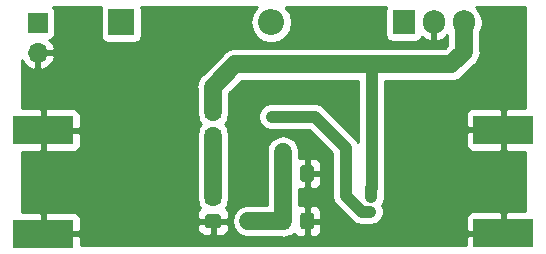
<source format=gbr>
G04 #@! TF.GenerationSoftware,KiCad,Pcbnew,(5.0.2)-1*
G04 #@! TF.CreationDate,2020-02-08T04:52:55-08:00*
G04 #@! TF.ProjectId,Pa Rev 2.0,50612052-6576-4203-922e-302e6b696361,rev?*
G04 #@! TF.SameCoordinates,Original*
G04 #@! TF.FileFunction,Copper,L2,Bot*
G04 #@! TF.FilePolarity,Positive*
%FSLAX46Y46*%
G04 Gerber Fmt 4.6, Leading zero omitted, Abs format (unit mm)*
G04 Created by KiCad (PCBNEW (5.0.2)-1) date 2/8/2020 4:52:55 AM*
%MOMM*%
%LPD*%
G01*
G04 APERTURE LIST*
G04 #@! TA.AperFunction,SMDPad,CuDef*
%ADD10R,5.080000X2.420000*%
G04 #@! TD*
G04 #@! TA.AperFunction,Conductor*
%ADD11C,0.100000*%
G04 #@! TD*
G04 #@! TA.AperFunction,SMDPad,CuDef*
%ADD12C,1.150000*%
G04 #@! TD*
G04 #@! TA.AperFunction,ComponentPad*
%ADD13R,2.200000X2.200000*%
G04 #@! TD*
G04 #@! TA.AperFunction,ComponentPad*
%ADD14O,2.200000X2.200000*%
G04 #@! TD*
G04 #@! TA.AperFunction,ComponentPad*
%ADD15R,1.700000X1.700000*%
G04 #@! TD*
G04 #@! TA.AperFunction,ComponentPad*
%ADD16O,1.700000X1.700000*%
G04 #@! TD*
G04 #@! TA.AperFunction,ComponentPad*
%ADD17R,1.905000X2.000000*%
G04 #@! TD*
G04 #@! TA.AperFunction,ComponentPad*
%ADD18O,1.905000X2.000000*%
G04 #@! TD*
G04 #@! TA.AperFunction,ViaPad*
%ADD19C,1.016000*%
G04 #@! TD*
G04 #@! TA.AperFunction,Conductor*
%ADD20C,1.500000*%
G04 #@! TD*
G04 #@! TA.AperFunction,Conductor*
%ADD21C,1.000000*%
G04 #@! TD*
G04 #@! TA.AperFunction,Conductor*
%ADD22C,0.254000*%
G04 #@! TD*
G04 APERTURE END LIST*
D10*
G04 #@! TO.P,J2,2*
G04 #@! TO.N,GND*
X87472520Y-71571080D03*
X87472520Y-80331080D03*
G04 #@! TD*
G04 #@! TO.P,J1,2*
G04 #@! TO.N,GND*
X48495800Y-71606640D03*
X48495800Y-80366640D03*
G04 #@! TD*
D11*
G04 #@! TO.N,Net-(C3-Pad1)*
G04 #@! TO.C,C3*
G36*
X69158105Y-78600004D02*
X69182373Y-78603604D01*
X69206172Y-78609565D01*
X69229271Y-78617830D01*
X69251450Y-78628320D01*
X69272493Y-78640932D01*
X69292199Y-78655547D01*
X69310377Y-78672023D01*
X69326853Y-78690201D01*
X69341468Y-78709907D01*
X69354080Y-78730950D01*
X69364570Y-78753129D01*
X69372835Y-78776228D01*
X69378796Y-78800027D01*
X69382396Y-78824295D01*
X69383600Y-78848799D01*
X69383600Y-79748801D01*
X69382396Y-79773305D01*
X69378796Y-79797573D01*
X69372835Y-79821372D01*
X69364570Y-79844471D01*
X69354080Y-79866650D01*
X69341468Y-79887693D01*
X69326853Y-79907399D01*
X69310377Y-79925577D01*
X69292199Y-79942053D01*
X69272493Y-79956668D01*
X69251450Y-79969280D01*
X69229271Y-79979770D01*
X69206172Y-79988035D01*
X69182373Y-79993996D01*
X69158105Y-79997596D01*
X69133601Y-79998800D01*
X68483599Y-79998800D01*
X68459095Y-79997596D01*
X68434827Y-79993996D01*
X68411028Y-79988035D01*
X68387929Y-79979770D01*
X68365750Y-79969280D01*
X68344707Y-79956668D01*
X68325001Y-79942053D01*
X68306823Y-79925577D01*
X68290347Y-79907399D01*
X68275732Y-79887693D01*
X68263120Y-79866650D01*
X68252630Y-79844471D01*
X68244365Y-79821372D01*
X68238404Y-79797573D01*
X68234804Y-79773305D01*
X68233600Y-79748801D01*
X68233600Y-78848799D01*
X68234804Y-78824295D01*
X68238404Y-78800027D01*
X68244365Y-78776228D01*
X68252630Y-78753129D01*
X68263120Y-78730950D01*
X68275732Y-78709907D01*
X68290347Y-78690201D01*
X68306823Y-78672023D01*
X68325001Y-78655547D01*
X68344707Y-78640932D01*
X68365750Y-78628320D01*
X68387929Y-78617830D01*
X68411028Y-78609565D01*
X68434827Y-78603604D01*
X68459095Y-78600004D01*
X68483599Y-78598800D01*
X69133601Y-78598800D01*
X69158105Y-78600004D01*
X69158105Y-78600004D01*
G37*
D12*
G04 #@! TD*
G04 #@! TO.P,C3,1*
G04 #@! TO.N,Net-(C3-Pad1)*
X68808600Y-79298800D03*
D11*
G04 #@! TO.N,GND*
G04 #@! TO.C,C3*
G36*
X71208105Y-78600004D02*
X71232373Y-78603604D01*
X71256172Y-78609565D01*
X71279271Y-78617830D01*
X71301450Y-78628320D01*
X71322493Y-78640932D01*
X71342199Y-78655547D01*
X71360377Y-78672023D01*
X71376853Y-78690201D01*
X71391468Y-78709907D01*
X71404080Y-78730950D01*
X71414570Y-78753129D01*
X71422835Y-78776228D01*
X71428796Y-78800027D01*
X71432396Y-78824295D01*
X71433600Y-78848799D01*
X71433600Y-79748801D01*
X71432396Y-79773305D01*
X71428796Y-79797573D01*
X71422835Y-79821372D01*
X71414570Y-79844471D01*
X71404080Y-79866650D01*
X71391468Y-79887693D01*
X71376853Y-79907399D01*
X71360377Y-79925577D01*
X71342199Y-79942053D01*
X71322493Y-79956668D01*
X71301450Y-79969280D01*
X71279271Y-79979770D01*
X71256172Y-79988035D01*
X71232373Y-79993996D01*
X71208105Y-79997596D01*
X71183601Y-79998800D01*
X70533599Y-79998800D01*
X70509095Y-79997596D01*
X70484827Y-79993996D01*
X70461028Y-79988035D01*
X70437929Y-79979770D01*
X70415750Y-79969280D01*
X70394707Y-79956668D01*
X70375001Y-79942053D01*
X70356823Y-79925577D01*
X70340347Y-79907399D01*
X70325732Y-79887693D01*
X70313120Y-79866650D01*
X70302630Y-79844471D01*
X70294365Y-79821372D01*
X70288404Y-79797573D01*
X70284804Y-79773305D01*
X70283600Y-79748801D01*
X70283600Y-78848799D01*
X70284804Y-78824295D01*
X70288404Y-78800027D01*
X70294365Y-78776228D01*
X70302630Y-78753129D01*
X70313120Y-78730950D01*
X70325732Y-78709907D01*
X70340347Y-78690201D01*
X70356823Y-78672023D01*
X70375001Y-78655547D01*
X70394707Y-78640932D01*
X70415750Y-78628320D01*
X70437929Y-78617830D01*
X70461028Y-78609565D01*
X70484827Y-78603604D01*
X70509095Y-78600004D01*
X70533599Y-78598800D01*
X71183601Y-78598800D01*
X71208105Y-78600004D01*
X71208105Y-78600004D01*
G37*
D12*
G04 #@! TD*
G04 #@! TO.P,C3,2*
G04 #@! TO.N,GND*
X70858600Y-79298800D03*
D13*
G04 #@! TO.P,D0,1*
G04 #@! TO.N,Net-(D0-Pad1)*
X55118000Y-62484000D03*
D14*
G04 #@! TO.P,D0,2*
G04 #@! TO.N,Net-(C1-Pad1)*
X67818000Y-62484000D03*
G04 #@! TD*
D15*
G04 #@! TO.P,J0,1*
G04 #@! TO.N,Net-(D0-Pad1)*
X48046640Y-62494160D03*
D16*
G04 #@! TO.P,J0,2*
G04 #@! TO.N,GND*
X48046640Y-65034160D03*
G04 #@! TD*
D11*
G04 #@! TO.N,Net-(C3-Pad1)*
G04 #@! TO.C,R0*
G36*
X69158105Y-74561404D02*
X69182373Y-74565004D01*
X69206172Y-74570965D01*
X69229271Y-74579230D01*
X69251450Y-74589720D01*
X69272493Y-74602332D01*
X69292199Y-74616947D01*
X69310377Y-74633423D01*
X69326853Y-74651601D01*
X69341468Y-74671307D01*
X69354080Y-74692350D01*
X69364570Y-74714529D01*
X69372835Y-74737628D01*
X69378796Y-74761427D01*
X69382396Y-74785695D01*
X69383600Y-74810199D01*
X69383600Y-75710201D01*
X69382396Y-75734705D01*
X69378796Y-75758973D01*
X69372835Y-75782772D01*
X69364570Y-75805871D01*
X69354080Y-75828050D01*
X69341468Y-75849093D01*
X69326853Y-75868799D01*
X69310377Y-75886977D01*
X69292199Y-75903453D01*
X69272493Y-75918068D01*
X69251450Y-75930680D01*
X69229271Y-75941170D01*
X69206172Y-75949435D01*
X69182373Y-75955396D01*
X69158105Y-75958996D01*
X69133601Y-75960200D01*
X68483599Y-75960200D01*
X68459095Y-75958996D01*
X68434827Y-75955396D01*
X68411028Y-75949435D01*
X68387929Y-75941170D01*
X68365750Y-75930680D01*
X68344707Y-75918068D01*
X68325001Y-75903453D01*
X68306823Y-75886977D01*
X68290347Y-75868799D01*
X68275732Y-75849093D01*
X68263120Y-75828050D01*
X68252630Y-75805871D01*
X68244365Y-75782772D01*
X68238404Y-75758973D01*
X68234804Y-75734705D01*
X68233600Y-75710201D01*
X68233600Y-74810199D01*
X68234804Y-74785695D01*
X68238404Y-74761427D01*
X68244365Y-74737628D01*
X68252630Y-74714529D01*
X68263120Y-74692350D01*
X68275732Y-74671307D01*
X68290347Y-74651601D01*
X68306823Y-74633423D01*
X68325001Y-74616947D01*
X68344707Y-74602332D01*
X68365750Y-74589720D01*
X68387929Y-74579230D01*
X68411028Y-74570965D01*
X68434827Y-74565004D01*
X68459095Y-74561404D01*
X68483599Y-74560200D01*
X69133601Y-74560200D01*
X69158105Y-74561404D01*
X69158105Y-74561404D01*
G37*
D12*
G04 #@! TD*
G04 #@! TO.P,R0,1*
G04 #@! TO.N,Net-(C3-Pad1)*
X68808600Y-75260200D03*
D11*
G04 #@! TO.N,GND*
G04 #@! TO.C,R0*
G36*
X71208105Y-74561404D02*
X71232373Y-74565004D01*
X71256172Y-74570965D01*
X71279271Y-74579230D01*
X71301450Y-74589720D01*
X71322493Y-74602332D01*
X71342199Y-74616947D01*
X71360377Y-74633423D01*
X71376853Y-74651601D01*
X71391468Y-74671307D01*
X71404080Y-74692350D01*
X71414570Y-74714529D01*
X71422835Y-74737628D01*
X71428796Y-74761427D01*
X71432396Y-74785695D01*
X71433600Y-74810199D01*
X71433600Y-75710201D01*
X71432396Y-75734705D01*
X71428796Y-75758973D01*
X71422835Y-75782772D01*
X71414570Y-75805871D01*
X71404080Y-75828050D01*
X71391468Y-75849093D01*
X71376853Y-75868799D01*
X71360377Y-75886977D01*
X71342199Y-75903453D01*
X71322493Y-75918068D01*
X71301450Y-75930680D01*
X71279271Y-75941170D01*
X71256172Y-75949435D01*
X71232373Y-75955396D01*
X71208105Y-75958996D01*
X71183601Y-75960200D01*
X70533599Y-75960200D01*
X70509095Y-75958996D01*
X70484827Y-75955396D01*
X70461028Y-75949435D01*
X70437929Y-75941170D01*
X70415750Y-75930680D01*
X70394707Y-75918068D01*
X70375001Y-75903453D01*
X70356823Y-75886977D01*
X70340347Y-75868799D01*
X70325732Y-75849093D01*
X70313120Y-75828050D01*
X70302630Y-75805871D01*
X70294365Y-75782772D01*
X70288404Y-75758973D01*
X70284804Y-75734705D01*
X70283600Y-75710201D01*
X70283600Y-74810199D01*
X70284804Y-74785695D01*
X70288404Y-74761427D01*
X70294365Y-74737628D01*
X70302630Y-74714529D01*
X70313120Y-74692350D01*
X70325732Y-74671307D01*
X70340347Y-74651601D01*
X70356823Y-74633423D01*
X70375001Y-74616947D01*
X70394707Y-74602332D01*
X70415750Y-74589720D01*
X70437929Y-74579230D01*
X70461028Y-74570965D01*
X70484827Y-74565004D01*
X70509095Y-74561404D01*
X70533599Y-74560200D01*
X71183601Y-74560200D01*
X71208105Y-74561404D01*
X71208105Y-74561404D01*
G37*
D12*
G04 #@! TD*
G04 #@! TO.P,R0,2*
G04 #@! TO.N,GND*
X70858600Y-75260200D03*
D11*
G04 #@! TO.N,Net-(R1-Pad2)*
G04 #@! TO.C,R1*
G36*
X63364905Y-71529404D02*
X63389173Y-71533004D01*
X63412972Y-71538965D01*
X63436071Y-71547230D01*
X63458250Y-71557720D01*
X63479293Y-71570332D01*
X63498999Y-71584947D01*
X63517177Y-71601423D01*
X63533653Y-71619601D01*
X63548268Y-71639307D01*
X63560880Y-71660350D01*
X63571370Y-71682529D01*
X63579635Y-71705628D01*
X63585596Y-71729427D01*
X63589196Y-71753695D01*
X63590400Y-71778199D01*
X63590400Y-72428201D01*
X63589196Y-72452705D01*
X63585596Y-72476973D01*
X63579635Y-72500772D01*
X63571370Y-72523871D01*
X63560880Y-72546050D01*
X63548268Y-72567093D01*
X63533653Y-72586799D01*
X63517177Y-72604977D01*
X63498999Y-72621453D01*
X63479293Y-72636068D01*
X63458250Y-72648680D01*
X63436071Y-72659170D01*
X63412972Y-72667435D01*
X63389173Y-72673396D01*
X63364905Y-72676996D01*
X63340401Y-72678200D01*
X62440399Y-72678200D01*
X62415895Y-72676996D01*
X62391627Y-72673396D01*
X62367828Y-72667435D01*
X62344729Y-72659170D01*
X62322550Y-72648680D01*
X62301507Y-72636068D01*
X62281801Y-72621453D01*
X62263623Y-72604977D01*
X62247147Y-72586799D01*
X62232532Y-72567093D01*
X62219920Y-72546050D01*
X62209430Y-72523871D01*
X62201165Y-72500772D01*
X62195204Y-72476973D01*
X62191604Y-72452705D01*
X62190400Y-72428201D01*
X62190400Y-71778199D01*
X62191604Y-71753695D01*
X62195204Y-71729427D01*
X62201165Y-71705628D01*
X62209430Y-71682529D01*
X62219920Y-71660350D01*
X62232532Y-71639307D01*
X62247147Y-71619601D01*
X62263623Y-71601423D01*
X62281801Y-71584947D01*
X62301507Y-71570332D01*
X62322550Y-71557720D01*
X62344729Y-71547230D01*
X62367828Y-71538965D01*
X62391627Y-71533004D01*
X62415895Y-71529404D01*
X62440399Y-71528200D01*
X63340401Y-71528200D01*
X63364905Y-71529404D01*
X63364905Y-71529404D01*
G37*
D12*
G04 #@! TD*
G04 #@! TO.P,R1,2*
G04 #@! TO.N,Net-(R1-Pad2)*
X62890400Y-72103200D03*
D11*
G04 #@! TO.N,Net-(C2-Pad1)*
G04 #@! TO.C,R1*
G36*
X63364905Y-69479404D02*
X63389173Y-69483004D01*
X63412972Y-69488965D01*
X63436071Y-69497230D01*
X63458250Y-69507720D01*
X63479293Y-69520332D01*
X63498999Y-69534947D01*
X63517177Y-69551423D01*
X63533653Y-69569601D01*
X63548268Y-69589307D01*
X63560880Y-69610350D01*
X63571370Y-69632529D01*
X63579635Y-69655628D01*
X63585596Y-69679427D01*
X63589196Y-69703695D01*
X63590400Y-69728199D01*
X63590400Y-70378201D01*
X63589196Y-70402705D01*
X63585596Y-70426973D01*
X63579635Y-70450772D01*
X63571370Y-70473871D01*
X63560880Y-70496050D01*
X63548268Y-70517093D01*
X63533653Y-70536799D01*
X63517177Y-70554977D01*
X63498999Y-70571453D01*
X63479293Y-70586068D01*
X63458250Y-70598680D01*
X63436071Y-70609170D01*
X63412972Y-70617435D01*
X63389173Y-70623396D01*
X63364905Y-70626996D01*
X63340401Y-70628200D01*
X62440399Y-70628200D01*
X62415895Y-70626996D01*
X62391627Y-70623396D01*
X62367828Y-70617435D01*
X62344729Y-70609170D01*
X62322550Y-70598680D01*
X62301507Y-70586068D01*
X62281801Y-70571453D01*
X62263623Y-70554977D01*
X62247147Y-70536799D01*
X62232532Y-70517093D01*
X62219920Y-70496050D01*
X62209430Y-70473871D01*
X62201165Y-70450772D01*
X62195204Y-70426973D01*
X62191604Y-70402705D01*
X62190400Y-70378201D01*
X62190400Y-69728199D01*
X62191604Y-69703695D01*
X62195204Y-69679427D01*
X62201165Y-69655628D01*
X62209430Y-69632529D01*
X62219920Y-69610350D01*
X62232532Y-69589307D01*
X62247147Y-69569601D01*
X62263623Y-69551423D01*
X62281801Y-69534947D01*
X62301507Y-69520332D01*
X62322550Y-69507720D01*
X62344729Y-69497230D01*
X62367828Y-69488965D01*
X62391627Y-69483004D01*
X62415895Y-69479404D01*
X62440399Y-69478200D01*
X63340401Y-69478200D01*
X63364905Y-69479404D01*
X63364905Y-69479404D01*
G37*
D12*
G04 #@! TD*
G04 #@! TO.P,R1,1*
G04 #@! TO.N,Net-(C2-Pad1)*
X62890400Y-70053200D03*
D11*
G04 #@! TO.N,Net-(R1-Pad2)*
G04 #@! TO.C,R2*
G36*
X63364905Y-76693004D02*
X63389173Y-76696604D01*
X63412972Y-76702565D01*
X63436071Y-76710830D01*
X63458250Y-76721320D01*
X63479293Y-76733932D01*
X63498999Y-76748547D01*
X63517177Y-76765023D01*
X63533653Y-76783201D01*
X63548268Y-76802907D01*
X63560880Y-76823950D01*
X63571370Y-76846129D01*
X63579635Y-76869228D01*
X63585596Y-76893027D01*
X63589196Y-76917295D01*
X63590400Y-76941799D01*
X63590400Y-77591801D01*
X63589196Y-77616305D01*
X63585596Y-77640573D01*
X63579635Y-77664372D01*
X63571370Y-77687471D01*
X63560880Y-77709650D01*
X63548268Y-77730693D01*
X63533653Y-77750399D01*
X63517177Y-77768577D01*
X63498999Y-77785053D01*
X63479293Y-77799668D01*
X63458250Y-77812280D01*
X63436071Y-77822770D01*
X63412972Y-77831035D01*
X63389173Y-77836996D01*
X63364905Y-77840596D01*
X63340401Y-77841800D01*
X62440399Y-77841800D01*
X62415895Y-77840596D01*
X62391627Y-77836996D01*
X62367828Y-77831035D01*
X62344729Y-77822770D01*
X62322550Y-77812280D01*
X62301507Y-77799668D01*
X62281801Y-77785053D01*
X62263623Y-77768577D01*
X62247147Y-77750399D01*
X62232532Y-77730693D01*
X62219920Y-77709650D01*
X62209430Y-77687471D01*
X62201165Y-77664372D01*
X62195204Y-77640573D01*
X62191604Y-77616305D01*
X62190400Y-77591801D01*
X62190400Y-76941799D01*
X62191604Y-76917295D01*
X62195204Y-76893027D01*
X62201165Y-76869228D01*
X62209430Y-76846129D01*
X62219920Y-76823950D01*
X62232532Y-76802907D01*
X62247147Y-76783201D01*
X62263623Y-76765023D01*
X62281801Y-76748547D01*
X62301507Y-76733932D01*
X62322550Y-76721320D01*
X62344729Y-76710830D01*
X62367828Y-76702565D01*
X62391627Y-76696604D01*
X62415895Y-76693004D01*
X62440399Y-76691800D01*
X63340401Y-76691800D01*
X63364905Y-76693004D01*
X63364905Y-76693004D01*
G37*
D12*
G04 #@! TD*
G04 #@! TO.P,R2,1*
G04 #@! TO.N,Net-(R1-Pad2)*
X62890400Y-77266800D03*
D11*
G04 #@! TO.N,GND*
G04 #@! TO.C,R2*
G36*
X63364905Y-78743004D02*
X63389173Y-78746604D01*
X63412972Y-78752565D01*
X63436071Y-78760830D01*
X63458250Y-78771320D01*
X63479293Y-78783932D01*
X63498999Y-78798547D01*
X63517177Y-78815023D01*
X63533653Y-78833201D01*
X63548268Y-78852907D01*
X63560880Y-78873950D01*
X63571370Y-78896129D01*
X63579635Y-78919228D01*
X63585596Y-78943027D01*
X63589196Y-78967295D01*
X63590400Y-78991799D01*
X63590400Y-79641801D01*
X63589196Y-79666305D01*
X63585596Y-79690573D01*
X63579635Y-79714372D01*
X63571370Y-79737471D01*
X63560880Y-79759650D01*
X63548268Y-79780693D01*
X63533653Y-79800399D01*
X63517177Y-79818577D01*
X63498999Y-79835053D01*
X63479293Y-79849668D01*
X63458250Y-79862280D01*
X63436071Y-79872770D01*
X63412972Y-79881035D01*
X63389173Y-79886996D01*
X63364905Y-79890596D01*
X63340401Y-79891800D01*
X62440399Y-79891800D01*
X62415895Y-79890596D01*
X62391627Y-79886996D01*
X62367828Y-79881035D01*
X62344729Y-79872770D01*
X62322550Y-79862280D01*
X62301507Y-79849668D01*
X62281801Y-79835053D01*
X62263623Y-79818577D01*
X62247147Y-79800399D01*
X62232532Y-79780693D01*
X62219920Y-79759650D01*
X62209430Y-79737471D01*
X62201165Y-79714372D01*
X62195204Y-79690573D01*
X62191604Y-79666305D01*
X62190400Y-79641801D01*
X62190400Y-78991799D01*
X62191604Y-78967295D01*
X62195204Y-78943027D01*
X62201165Y-78919228D01*
X62209430Y-78896129D01*
X62219920Y-78873950D01*
X62232532Y-78852907D01*
X62247147Y-78833201D01*
X62263623Y-78815023D01*
X62281801Y-78798547D01*
X62301507Y-78783932D01*
X62322550Y-78771320D01*
X62344729Y-78760830D01*
X62367828Y-78752565D01*
X62391627Y-78746604D01*
X62415895Y-78743004D01*
X62440399Y-78741800D01*
X63340401Y-78741800D01*
X63364905Y-78743004D01*
X63364905Y-78743004D01*
G37*
D12*
G04 #@! TD*
G04 #@! TO.P,R2,2*
G04 #@! TO.N,GND*
X62890400Y-79316800D03*
D17*
G04 #@! TO.P,U0,1*
G04 #@! TO.N,Net-(C1-Pad1)*
X79044800Y-62484000D03*
D18*
G04 #@! TO.P,U0,2*
G04 #@! TO.N,GND*
X81584800Y-62484000D03*
G04 #@! TO.P,U0,3*
G04 #@! TO.N,Net-(C2-Pad1)*
X84124800Y-62484000D03*
G04 #@! TD*
D19*
G04 #@! TO.N,Net-(C2-Pad1)*
X76299060Y-77228700D03*
G04 #@! TO.N,Net-(C3-Pad1)*
X68806600Y-73456800D03*
X65887600Y-79296800D03*
G04 #@! TO.N,Net-(Q2-Pad3)*
X67856600Y-70456800D03*
X76186060Y-78496160D03*
G04 #@! TO.N,Net-(R1-Pad2)*
X62890400Y-74726800D03*
G04 #@! TD*
D20*
G04 #@! TO.N,Net-(C2-Pad1)*
X84124800Y-64984000D02*
X84124800Y-62484000D01*
X83068800Y-66040000D02*
X84124800Y-64984000D01*
X62890400Y-67919600D02*
X64770000Y-66040000D01*
X62890400Y-70053200D02*
X62890400Y-67919600D01*
D21*
X76311760Y-76497580D02*
X76311760Y-66040000D01*
X76299060Y-76510280D02*
X76311760Y-76497580D01*
X76299060Y-77228700D02*
X76299060Y-76510280D01*
D20*
X64770000Y-66040000D02*
X76311760Y-66040000D01*
X76311760Y-66040000D02*
X83068800Y-66040000D01*
G04 #@! TO.N,Net-(C3-Pad1)*
X68806600Y-79296800D02*
X68808600Y-79298800D01*
X68806600Y-73456800D02*
X68806600Y-79296800D01*
X65887600Y-79296800D02*
X68806600Y-79296800D01*
D21*
G04 #@! TO.N,Net-(Q2-Pad3)*
X75467640Y-78496160D02*
X74132440Y-77160960D01*
X76186060Y-78496160D02*
X75467640Y-78496160D01*
X74132440Y-77160960D02*
X74132440Y-73080880D01*
X71508360Y-70456800D02*
X67856600Y-70456800D01*
X74132440Y-73080880D02*
X71508360Y-70456800D01*
D20*
G04 #@! TO.N,Net-(R1-Pad2)*
X62890400Y-72103200D02*
X62890400Y-77266800D01*
G04 #@! TD*
D22*
G04 #@! TO.N,GND*
G36*
X53370560Y-61384000D02*
X53370560Y-63584000D01*
X53419843Y-63831765D01*
X53560191Y-64041809D01*
X53770235Y-64182157D01*
X54018000Y-64231440D01*
X56218000Y-64231440D01*
X56465765Y-64182157D01*
X56675809Y-64041809D01*
X56816157Y-63831765D01*
X56865440Y-63584000D01*
X56865440Y-61384000D01*
X56830830Y-61210000D01*
X66601759Y-61210000D01*
X66567135Y-61233135D01*
X66183666Y-61807037D01*
X66049010Y-62484000D01*
X66183666Y-63160963D01*
X66567135Y-63734865D01*
X67141037Y-64118334D01*
X67647120Y-64219000D01*
X67988880Y-64219000D01*
X68494963Y-64118334D01*
X69068865Y-63734865D01*
X69452334Y-63160963D01*
X69586990Y-62484000D01*
X69452334Y-61807037D01*
X69068865Y-61233135D01*
X69034241Y-61210000D01*
X77511673Y-61210000D01*
X77494143Y-61236235D01*
X77444860Y-61484000D01*
X77444860Y-63484000D01*
X77494143Y-63731765D01*
X77634491Y-63941809D01*
X77844535Y-64082157D01*
X78092300Y-64131440D01*
X79997300Y-64131440D01*
X80245065Y-64082157D01*
X80455109Y-63941809D01*
X80592055Y-63736857D01*
X80717876Y-63859973D01*
X81211820Y-64074563D01*
X81457800Y-63954594D01*
X81457800Y-62611000D01*
X81437800Y-62611000D01*
X81437800Y-62357000D01*
X81457800Y-62357000D01*
X81457800Y-62337000D01*
X81711800Y-62337000D01*
X81711800Y-62357000D01*
X81731800Y-62357000D01*
X81731800Y-62611000D01*
X81711800Y-62611000D01*
X81711800Y-63954594D01*
X81957780Y-64074563D01*
X82451724Y-63859973D01*
X82739801Y-63578090D01*
X82739800Y-64410314D01*
X82495115Y-64655000D01*
X64906407Y-64655000D01*
X64770000Y-64627867D01*
X64633593Y-64655000D01*
X64229600Y-64735359D01*
X63771471Y-65041471D01*
X63694202Y-65157112D01*
X62007512Y-66843803D01*
X61891872Y-66921071D01*
X61814603Y-67036712D01*
X61585759Y-67379201D01*
X61478267Y-67919600D01*
X61505401Y-68056011D01*
X61505400Y-70189606D01*
X61585759Y-70593599D01*
X61585825Y-70593697D01*
X61611273Y-70721636D01*
X61805814Y-71012786D01*
X61903713Y-71078200D01*
X61805814Y-71143614D01*
X61611273Y-71434764D01*
X61585825Y-71562703D01*
X61585759Y-71562801D01*
X61505400Y-71966794D01*
X61505401Y-77403207D01*
X61585760Y-77807200D01*
X61585824Y-77807296D01*
X61611273Y-77935236D01*
X61805814Y-78226386D01*
X61806997Y-78227177D01*
X61652073Y-78382102D01*
X61555400Y-78615491D01*
X61555400Y-79031050D01*
X61714150Y-79189800D01*
X62763400Y-79189800D01*
X62763400Y-79169800D01*
X63017400Y-79169800D01*
X63017400Y-79189800D01*
X64066650Y-79189800D01*
X64225400Y-79031050D01*
X64225400Y-78615491D01*
X64128727Y-78382102D01*
X63973803Y-78227177D01*
X63974986Y-78226386D01*
X64169527Y-77935236D01*
X64194975Y-77807299D01*
X64195041Y-77807200D01*
X64275400Y-77403207D01*
X64275400Y-71966793D01*
X64195041Y-71562800D01*
X64194975Y-71562701D01*
X64169527Y-71434764D01*
X63974986Y-71143614D01*
X63877087Y-71078200D01*
X63974986Y-71012786D01*
X64169527Y-70721636D01*
X64194975Y-70593699D01*
X64195041Y-70593600D01*
X64275400Y-70189607D01*
X64275400Y-68493285D01*
X65343686Y-67425000D01*
X75176761Y-67425000D01*
X75176760Y-72600871D01*
X75014049Y-72357356D01*
X74950729Y-72262591D01*
X74855964Y-72199271D01*
X72389973Y-69733282D01*
X72326649Y-69638511D01*
X71951215Y-69387654D01*
X71620143Y-69321800D01*
X71508360Y-69299565D01*
X71396577Y-69321800D01*
X68103271Y-69321800D01*
X68083957Y-69313800D01*
X67629243Y-69313800D01*
X67485310Y-69373419D01*
X67413745Y-69387654D01*
X67353076Y-69428192D01*
X67209142Y-69487811D01*
X67098979Y-69597974D01*
X67038311Y-69638511D01*
X66997774Y-69699179D01*
X66887611Y-69809342D01*
X66827992Y-69953276D01*
X66787454Y-70013945D01*
X66773219Y-70085510D01*
X66713600Y-70229443D01*
X66713600Y-70385236D01*
X66699365Y-70456800D01*
X66713600Y-70528364D01*
X66713600Y-70684157D01*
X66773219Y-70828090D01*
X66787454Y-70899655D01*
X66827992Y-70960324D01*
X66887611Y-71104258D01*
X66997774Y-71214421D01*
X67038311Y-71275089D01*
X67098979Y-71315626D01*
X67209142Y-71425789D01*
X67353076Y-71485408D01*
X67413745Y-71525946D01*
X67485310Y-71540181D01*
X67629243Y-71599800D01*
X68083957Y-71599800D01*
X68103271Y-71591800D01*
X71038229Y-71591800D01*
X72997441Y-73551014D01*
X72997440Y-77049177D01*
X72975205Y-77160960D01*
X72997440Y-77272742D01*
X73063294Y-77603814D01*
X73314151Y-77979249D01*
X73408922Y-78042573D01*
X74586029Y-79219681D01*
X74649351Y-79314449D01*
X74963201Y-79524157D01*
X75024785Y-79565306D01*
X75467640Y-79653395D01*
X75579423Y-79631160D01*
X75939389Y-79631160D01*
X75958703Y-79639160D01*
X76413417Y-79639160D01*
X76557350Y-79579541D01*
X76628915Y-79565306D01*
X76689584Y-79524768D01*
X76833518Y-79465149D01*
X76943681Y-79354986D01*
X77004349Y-79314449D01*
X77044886Y-79253781D01*
X77155049Y-79143618D01*
X77214668Y-78999684D01*
X77217951Y-78994770D01*
X84297520Y-78994770D01*
X84297520Y-80045330D01*
X84456270Y-80204080D01*
X87345520Y-80204080D01*
X87345520Y-78644830D01*
X87186770Y-78486080D01*
X84806211Y-78486080D01*
X84572822Y-78582753D01*
X84394193Y-78761381D01*
X84297520Y-78994770D01*
X77217951Y-78994770D01*
X77255206Y-78939015D01*
X77269441Y-78867450D01*
X77329060Y-78723517D01*
X77329060Y-78567724D01*
X77343295Y-78496160D01*
X77329060Y-78424596D01*
X77329060Y-78268803D01*
X77269441Y-78124870D01*
X77255206Y-78053305D01*
X77214668Y-77992636D01*
X77196188Y-77948019D01*
X77268049Y-77876158D01*
X77327668Y-77732224D01*
X77368206Y-77671555D01*
X77382441Y-77599990D01*
X77442060Y-77456057D01*
X77442060Y-77001343D01*
X77434060Y-76982029D01*
X77434060Y-76673211D01*
X77446760Y-76609363D01*
X77446760Y-76609362D01*
X77468995Y-76497580D01*
X77446760Y-76385797D01*
X77446760Y-71856830D01*
X84297520Y-71856830D01*
X84297520Y-72907390D01*
X84394193Y-73140779D01*
X84572822Y-73319407D01*
X84806211Y-73416080D01*
X87186770Y-73416080D01*
X87345520Y-73257330D01*
X87345520Y-71698080D01*
X84456270Y-71698080D01*
X84297520Y-71856830D01*
X77446760Y-71856830D01*
X77446760Y-70234770D01*
X84297520Y-70234770D01*
X84297520Y-71285330D01*
X84456270Y-71444080D01*
X87345520Y-71444080D01*
X87345520Y-69884830D01*
X87186770Y-69726080D01*
X84806211Y-69726080D01*
X84572822Y-69822753D01*
X84394193Y-70001381D01*
X84297520Y-70234770D01*
X77446760Y-70234770D01*
X77446760Y-67425000D01*
X82932393Y-67425000D01*
X83068800Y-67452133D01*
X83205207Y-67425000D01*
X83609200Y-67344641D01*
X84067329Y-67038529D01*
X84144599Y-66922886D01*
X85007690Y-66059796D01*
X85123328Y-65982529D01*
X85200595Y-65866891D01*
X85200597Y-65866889D01*
X85429441Y-65524400D01*
X85536933Y-64984000D01*
X85509800Y-64847593D01*
X85509800Y-63316122D01*
X85620191Y-63150910D01*
X85712300Y-62687849D01*
X85712300Y-62280150D01*
X85620191Y-61817089D01*
X85269323Y-61291977D01*
X85146635Y-61210000D01*
X89290001Y-61210000D01*
X89290001Y-69726080D01*
X87758270Y-69726080D01*
X87599520Y-69884830D01*
X87599520Y-71444080D01*
X87619520Y-71444080D01*
X87619520Y-71698080D01*
X87599520Y-71698080D01*
X87599520Y-73257330D01*
X87758270Y-73416080D01*
X89290000Y-73416080D01*
X89290000Y-78486080D01*
X87758270Y-78486080D01*
X87599520Y-78644830D01*
X87599520Y-80204080D01*
X87619520Y-80204080D01*
X87619520Y-80458080D01*
X87599520Y-80458080D01*
X87599520Y-80478080D01*
X87345520Y-80478080D01*
X87345520Y-80458080D01*
X84456270Y-80458080D01*
X84297520Y-80616830D01*
X84297520Y-81290000D01*
X51670800Y-81290000D01*
X51670800Y-80652390D01*
X51512050Y-80493640D01*
X48622800Y-80493640D01*
X48622800Y-80513640D01*
X48368800Y-80513640D01*
X48368800Y-80493640D01*
X48348800Y-80493640D01*
X48348800Y-80239640D01*
X48368800Y-80239640D01*
X48368800Y-78680390D01*
X48622800Y-78680390D01*
X48622800Y-80239640D01*
X51512050Y-80239640D01*
X51670800Y-80080890D01*
X51670800Y-79602550D01*
X61555400Y-79602550D01*
X61555400Y-80018109D01*
X61652073Y-80251498D01*
X61830701Y-80430127D01*
X62064090Y-80526800D01*
X62604650Y-80526800D01*
X62763400Y-80368050D01*
X62763400Y-79443800D01*
X63017400Y-79443800D01*
X63017400Y-80368050D01*
X63176150Y-80526800D01*
X63716710Y-80526800D01*
X63950099Y-80430127D01*
X64128727Y-80251498D01*
X64225400Y-80018109D01*
X64225400Y-79602550D01*
X64066650Y-79443800D01*
X63017400Y-79443800D01*
X62763400Y-79443800D01*
X61714150Y-79443800D01*
X61555400Y-79602550D01*
X51670800Y-79602550D01*
X51670800Y-79296800D01*
X64475467Y-79296800D01*
X64582959Y-79837200D01*
X64889071Y-80295329D01*
X65347200Y-80601441D01*
X65751193Y-80681800D01*
X68662142Y-80681800D01*
X68808599Y-80710932D01*
X69348999Y-80603440D01*
X69349095Y-80603376D01*
X69477036Y-80577927D01*
X69768186Y-80383386D01*
X69768977Y-80382203D01*
X69923902Y-80537127D01*
X70157291Y-80633800D01*
X70572850Y-80633800D01*
X70731600Y-80475050D01*
X70731600Y-79425800D01*
X70985600Y-79425800D01*
X70985600Y-80475050D01*
X71144350Y-80633800D01*
X71559909Y-80633800D01*
X71793298Y-80537127D01*
X71971927Y-80358499D01*
X72068600Y-80125110D01*
X72068600Y-79584550D01*
X71909850Y-79425800D01*
X70985600Y-79425800D01*
X70731600Y-79425800D01*
X70711600Y-79425800D01*
X70711600Y-79171800D01*
X70731600Y-79171800D01*
X70731600Y-78122550D01*
X70985600Y-78122550D01*
X70985600Y-79171800D01*
X71909850Y-79171800D01*
X72068600Y-79013050D01*
X72068600Y-78472490D01*
X71971927Y-78239101D01*
X71793298Y-78060473D01*
X71559909Y-77963800D01*
X71144350Y-77963800D01*
X70985600Y-78122550D01*
X70731600Y-78122550D01*
X70572850Y-77963800D01*
X70191600Y-77963800D01*
X70191600Y-76595200D01*
X70572850Y-76595200D01*
X70731600Y-76436450D01*
X70731600Y-75387200D01*
X70985600Y-75387200D01*
X70985600Y-76436450D01*
X71144350Y-76595200D01*
X71559909Y-76595200D01*
X71793298Y-76498527D01*
X71971927Y-76319899D01*
X72068600Y-76086510D01*
X72068600Y-75545950D01*
X71909850Y-75387200D01*
X70985600Y-75387200D01*
X70731600Y-75387200D01*
X70711600Y-75387200D01*
X70711600Y-75133200D01*
X70731600Y-75133200D01*
X70731600Y-74083950D01*
X70985600Y-74083950D01*
X70985600Y-75133200D01*
X71909850Y-75133200D01*
X72068600Y-74974450D01*
X72068600Y-74433890D01*
X71971927Y-74200501D01*
X71793298Y-74021873D01*
X71559909Y-73925200D01*
X71144350Y-73925200D01*
X70985600Y-74083950D01*
X70731600Y-74083950D01*
X70572850Y-73925200D01*
X70191600Y-73925200D01*
X70191600Y-73320393D01*
X70111241Y-72916400D01*
X69805128Y-72458271D01*
X69346999Y-72152159D01*
X68806600Y-72044667D01*
X68266200Y-72152159D01*
X67808071Y-72458272D01*
X67501959Y-72916401D01*
X67421600Y-73320394D01*
X67421601Y-77911800D01*
X65751193Y-77911800D01*
X65347200Y-77992159D01*
X64889071Y-78298271D01*
X64582959Y-78756400D01*
X64475467Y-79296800D01*
X51670800Y-79296800D01*
X51670800Y-79030330D01*
X51574127Y-78796941D01*
X51395498Y-78618313D01*
X51162109Y-78521640D01*
X48781550Y-78521640D01*
X48622800Y-78680390D01*
X48368800Y-78680390D01*
X48210050Y-78521640D01*
X46710000Y-78521640D01*
X46710000Y-73451640D01*
X48210050Y-73451640D01*
X48368800Y-73292890D01*
X48368800Y-71733640D01*
X48622800Y-71733640D01*
X48622800Y-73292890D01*
X48781550Y-73451640D01*
X51162109Y-73451640D01*
X51395498Y-73354967D01*
X51574127Y-73176339D01*
X51670800Y-72942950D01*
X51670800Y-71892390D01*
X51512050Y-71733640D01*
X48622800Y-71733640D01*
X48368800Y-71733640D01*
X48348800Y-71733640D01*
X48348800Y-71479640D01*
X48368800Y-71479640D01*
X48368800Y-69920390D01*
X48622800Y-69920390D01*
X48622800Y-71479640D01*
X51512050Y-71479640D01*
X51670800Y-71320890D01*
X51670800Y-70270330D01*
X51574127Y-70036941D01*
X51395498Y-69858313D01*
X51162109Y-69761640D01*
X48781550Y-69761640D01*
X48622800Y-69920390D01*
X48368800Y-69920390D01*
X48210050Y-69761640D01*
X46710000Y-69761640D01*
X46710000Y-65644162D01*
X46774995Y-65801084D01*
X47165282Y-66229343D01*
X47689748Y-66475646D01*
X47919640Y-66354979D01*
X47919640Y-65161160D01*
X48173640Y-65161160D01*
X48173640Y-66354979D01*
X48403532Y-66475646D01*
X48927998Y-66229343D01*
X49318285Y-65801084D01*
X49488116Y-65391050D01*
X49366795Y-65161160D01*
X48173640Y-65161160D01*
X47919640Y-65161160D01*
X47899640Y-65161160D01*
X47899640Y-64907160D01*
X47919640Y-64907160D01*
X47919640Y-64887160D01*
X48173640Y-64887160D01*
X48173640Y-64907160D01*
X49366795Y-64907160D01*
X49488116Y-64677270D01*
X49318285Y-64267236D01*
X49040932Y-63962899D01*
X49144405Y-63942317D01*
X49354449Y-63801969D01*
X49494797Y-63591925D01*
X49544080Y-63344160D01*
X49544080Y-61644160D01*
X49494797Y-61396395D01*
X49370251Y-61210000D01*
X53405170Y-61210000D01*
X53370560Y-61384000D01*
X53370560Y-61384000D01*
G37*
X53370560Y-61384000D02*
X53370560Y-63584000D01*
X53419843Y-63831765D01*
X53560191Y-64041809D01*
X53770235Y-64182157D01*
X54018000Y-64231440D01*
X56218000Y-64231440D01*
X56465765Y-64182157D01*
X56675809Y-64041809D01*
X56816157Y-63831765D01*
X56865440Y-63584000D01*
X56865440Y-61384000D01*
X56830830Y-61210000D01*
X66601759Y-61210000D01*
X66567135Y-61233135D01*
X66183666Y-61807037D01*
X66049010Y-62484000D01*
X66183666Y-63160963D01*
X66567135Y-63734865D01*
X67141037Y-64118334D01*
X67647120Y-64219000D01*
X67988880Y-64219000D01*
X68494963Y-64118334D01*
X69068865Y-63734865D01*
X69452334Y-63160963D01*
X69586990Y-62484000D01*
X69452334Y-61807037D01*
X69068865Y-61233135D01*
X69034241Y-61210000D01*
X77511673Y-61210000D01*
X77494143Y-61236235D01*
X77444860Y-61484000D01*
X77444860Y-63484000D01*
X77494143Y-63731765D01*
X77634491Y-63941809D01*
X77844535Y-64082157D01*
X78092300Y-64131440D01*
X79997300Y-64131440D01*
X80245065Y-64082157D01*
X80455109Y-63941809D01*
X80592055Y-63736857D01*
X80717876Y-63859973D01*
X81211820Y-64074563D01*
X81457800Y-63954594D01*
X81457800Y-62611000D01*
X81437800Y-62611000D01*
X81437800Y-62357000D01*
X81457800Y-62357000D01*
X81457800Y-62337000D01*
X81711800Y-62337000D01*
X81711800Y-62357000D01*
X81731800Y-62357000D01*
X81731800Y-62611000D01*
X81711800Y-62611000D01*
X81711800Y-63954594D01*
X81957780Y-64074563D01*
X82451724Y-63859973D01*
X82739801Y-63578090D01*
X82739800Y-64410314D01*
X82495115Y-64655000D01*
X64906407Y-64655000D01*
X64770000Y-64627867D01*
X64633593Y-64655000D01*
X64229600Y-64735359D01*
X63771471Y-65041471D01*
X63694202Y-65157112D01*
X62007512Y-66843803D01*
X61891872Y-66921071D01*
X61814603Y-67036712D01*
X61585759Y-67379201D01*
X61478267Y-67919600D01*
X61505401Y-68056011D01*
X61505400Y-70189606D01*
X61585759Y-70593599D01*
X61585825Y-70593697D01*
X61611273Y-70721636D01*
X61805814Y-71012786D01*
X61903713Y-71078200D01*
X61805814Y-71143614D01*
X61611273Y-71434764D01*
X61585825Y-71562703D01*
X61585759Y-71562801D01*
X61505400Y-71966794D01*
X61505401Y-77403207D01*
X61585760Y-77807200D01*
X61585824Y-77807296D01*
X61611273Y-77935236D01*
X61805814Y-78226386D01*
X61806997Y-78227177D01*
X61652073Y-78382102D01*
X61555400Y-78615491D01*
X61555400Y-79031050D01*
X61714150Y-79189800D01*
X62763400Y-79189800D01*
X62763400Y-79169800D01*
X63017400Y-79169800D01*
X63017400Y-79189800D01*
X64066650Y-79189800D01*
X64225400Y-79031050D01*
X64225400Y-78615491D01*
X64128727Y-78382102D01*
X63973803Y-78227177D01*
X63974986Y-78226386D01*
X64169527Y-77935236D01*
X64194975Y-77807299D01*
X64195041Y-77807200D01*
X64275400Y-77403207D01*
X64275400Y-71966793D01*
X64195041Y-71562800D01*
X64194975Y-71562701D01*
X64169527Y-71434764D01*
X63974986Y-71143614D01*
X63877087Y-71078200D01*
X63974986Y-71012786D01*
X64169527Y-70721636D01*
X64194975Y-70593699D01*
X64195041Y-70593600D01*
X64275400Y-70189607D01*
X64275400Y-68493285D01*
X65343686Y-67425000D01*
X75176761Y-67425000D01*
X75176760Y-72600871D01*
X75014049Y-72357356D01*
X74950729Y-72262591D01*
X74855964Y-72199271D01*
X72389973Y-69733282D01*
X72326649Y-69638511D01*
X71951215Y-69387654D01*
X71620143Y-69321800D01*
X71508360Y-69299565D01*
X71396577Y-69321800D01*
X68103271Y-69321800D01*
X68083957Y-69313800D01*
X67629243Y-69313800D01*
X67485310Y-69373419D01*
X67413745Y-69387654D01*
X67353076Y-69428192D01*
X67209142Y-69487811D01*
X67098979Y-69597974D01*
X67038311Y-69638511D01*
X66997774Y-69699179D01*
X66887611Y-69809342D01*
X66827992Y-69953276D01*
X66787454Y-70013945D01*
X66773219Y-70085510D01*
X66713600Y-70229443D01*
X66713600Y-70385236D01*
X66699365Y-70456800D01*
X66713600Y-70528364D01*
X66713600Y-70684157D01*
X66773219Y-70828090D01*
X66787454Y-70899655D01*
X66827992Y-70960324D01*
X66887611Y-71104258D01*
X66997774Y-71214421D01*
X67038311Y-71275089D01*
X67098979Y-71315626D01*
X67209142Y-71425789D01*
X67353076Y-71485408D01*
X67413745Y-71525946D01*
X67485310Y-71540181D01*
X67629243Y-71599800D01*
X68083957Y-71599800D01*
X68103271Y-71591800D01*
X71038229Y-71591800D01*
X72997441Y-73551014D01*
X72997440Y-77049177D01*
X72975205Y-77160960D01*
X72997440Y-77272742D01*
X73063294Y-77603814D01*
X73314151Y-77979249D01*
X73408922Y-78042573D01*
X74586029Y-79219681D01*
X74649351Y-79314449D01*
X74963201Y-79524157D01*
X75024785Y-79565306D01*
X75467640Y-79653395D01*
X75579423Y-79631160D01*
X75939389Y-79631160D01*
X75958703Y-79639160D01*
X76413417Y-79639160D01*
X76557350Y-79579541D01*
X76628915Y-79565306D01*
X76689584Y-79524768D01*
X76833518Y-79465149D01*
X76943681Y-79354986D01*
X77004349Y-79314449D01*
X77044886Y-79253781D01*
X77155049Y-79143618D01*
X77214668Y-78999684D01*
X77217951Y-78994770D01*
X84297520Y-78994770D01*
X84297520Y-80045330D01*
X84456270Y-80204080D01*
X87345520Y-80204080D01*
X87345520Y-78644830D01*
X87186770Y-78486080D01*
X84806211Y-78486080D01*
X84572822Y-78582753D01*
X84394193Y-78761381D01*
X84297520Y-78994770D01*
X77217951Y-78994770D01*
X77255206Y-78939015D01*
X77269441Y-78867450D01*
X77329060Y-78723517D01*
X77329060Y-78567724D01*
X77343295Y-78496160D01*
X77329060Y-78424596D01*
X77329060Y-78268803D01*
X77269441Y-78124870D01*
X77255206Y-78053305D01*
X77214668Y-77992636D01*
X77196188Y-77948019D01*
X77268049Y-77876158D01*
X77327668Y-77732224D01*
X77368206Y-77671555D01*
X77382441Y-77599990D01*
X77442060Y-77456057D01*
X77442060Y-77001343D01*
X77434060Y-76982029D01*
X77434060Y-76673211D01*
X77446760Y-76609363D01*
X77446760Y-76609362D01*
X77468995Y-76497580D01*
X77446760Y-76385797D01*
X77446760Y-71856830D01*
X84297520Y-71856830D01*
X84297520Y-72907390D01*
X84394193Y-73140779D01*
X84572822Y-73319407D01*
X84806211Y-73416080D01*
X87186770Y-73416080D01*
X87345520Y-73257330D01*
X87345520Y-71698080D01*
X84456270Y-71698080D01*
X84297520Y-71856830D01*
X77446760Y-71856830D01*
X77446760Y-70234770D01*
X84297520Y-70234770D01*
X84297520Y-71285330D01*
X84456270Y-71444080D01*
X87345520Y-71444080D01*
X87345520Y-69884830D01*
X87186770Y-69726080D01*
X84806211Y-69726080D01*
X84572822Y-69822753D01*
X84394193Y-70001381D01*
X84297520Y-70234770D01*
X77446760Y-70234770D01*
X77446760Y-67425000D01*
X82932393Y-67425000D01*
X83068800Y-67452133D01*
X83205207Y-67425000D01*
X83609200Y-67344641D01*
X84067329Y-67038529D01*
X84144599Y-66922886D01*
X85007690Y-66059796D01*
X85123328Y-65982529D01*
X85200595Y-65866891D01*
X85200597Y-65866889D01*
X85429441Y-65524400D01*
X85536933Y-64984000D01*
X85509800Y-64847593D01*
X85509800Y-63316122D01*
X85620191Y-63150910D01*
X85712300Y-62687849D01*
X85712300Y-62280150D01*
X85620191Y-61817089D01*
X85269323Y-61291977D01*
X85146635Y-61210000D01*
X89290001Y-61210000D01*
X89290001Y-69726080D01*
X87758270Y-69726080D01*
X87599520Y-69884830D01*
X87599520Y-71444080D01*
X87619520Y-71444080D01*
X87619520Y-71698080D01*
X87599520Y-71698080D01*
X87599520Y-73257330D01*
X87758270Y-73416080D01*
X89290000Y-73416080D01*
X89290000Y-78486080D01*
X87758270Y-78486080D01*
X87599520Y-78644830D01*
X87599520Y-80204080D01*
X87619520Y-80204080D01*
X87619520Y-80458080D01*
X87599520Y-80458080D01*
X87599520Y-80478080D01*
X87345520Y-80478080D01*
X87345520Y-80458080D01*
X84456270Y-80458080D01*
X84297520Y-80616830D01*
X84297520Y-81290000D01*
X51670800Y-81290000D01*
X51670800Y-80652390D01*
X51512050Y-80493640D01*
X48622800Y-80493640D01*
X48622800Y-80513640D01*
X48368800Y-80513640D01*
X48368800Y-80493640D01*
X48348800Y-80493640D01*
X48348800Y-80239640D01*
X48368800Y-80239640D01*
X48368800Y-78680390D01*
X48622800Y-78680390D01*
X48622800Y-80239640D01*
X51512050Y-80239640D01*
X51670800Y-80080890D01*
X51670800Y-79602550D01*
X61555400Y-79602550D01*
X61555400Y-80018109D01*
X61652073Y-80251498D01*
X61830701Y-80430127D01*
X62064090Y-80526800D01*
X62604650Y-80526800D01*
X62763400Y-80368050D01*
X62763400Y-79443800D01*
X63017400Y-79443800D01*
X63017400Y-80368050D01*
X63176150Y-80526800D01*
X63716710Y-80526800D01*
X63950099Y-80430127D01*
X64128727Y-80251498D01*
X64225400Y-80018109D01*
X64225400Y-79602550D01*
X64066650Y-79443800D01*
X63017400Y-79443800D01*
X62763400Y-79443800D01*
X61714150Y-79443800D01*
X61555400Y-79602550D01*
X51670800Y-79602550D01*
X51670800Y-79296800D01*
X64475467Y-79296800D01*
X64582959Y-79837200D01*
X64889071Y-80295329D01*
X65347200Y-80601441D01*
X65751193Y-80681800D01*
X68662142Y-80681800D01*
X68808599Y-80710932D01*
X69348999Y-80603440D01*
X69349095Y-80603376D01*
X69477036Y-80577927D01*
X69768186Y-80383386D01*
X69768977Y-80382203D01*
X69923902Y-80537127D01*
X70157291Y-80633800D01*
X70572850Y-80633800D01*
X70731600Y-80475050D01*
X70731600Y-79425800D01*
X70985600Y-79425800D01*
X70985600Y-80475050D01*
X71144350Y-80633800D01*
X71559909Y-80633800D01*
X71793298Y-80537127D01*
X71971927Y-80358499D01*
X72068600Y-80125110D01*
X72068600Y-79584550D01*
X71909850Y-79425800D01*
X70985600Y-79425800D01*
X70731600Y-79425800D01*
X70711600Y-79425800D01*
X70711600Y-79171800D01*
X70731600Y-79171800D01*
X70731600Y-78122550D01*
X70985600Y-78122550D01*
X70985600Y-79171800D01*
X71909850Y-79171800D01*
X72068600Y-79013050D01*
X72068600Y-78472490D01*
X71971927Y-78239101D01*
X71793298Y-78060473D01*
X71559909Y-77963800D01*
X71144350Y-77963800D01*
X70985600Y-78122550D01*
X70731600Y-78122550D01*
X70572850Y-77963800D01*
X70191600Y-77963800D01*
X70191600Y-76595200D01*
X70572850Y-76595200D01*
X70731600Y-76436450D01*
X70731600Y-75387200D01*
X70985600Y-75387200D01*
X70985600Y-76436450D01*
X71144350Y-76595200D01*
X71559909Y-76595200D01*
X71793298Y-76498527D01*
X71971927Y-76319899D01*
X72068600Y-76086510D01*
X72068600Y-75545950D01*
X71909850Y-75387200D01*
X70985600Y-75387200D01*
X70731600Y-75387200D01*
X70711600Y-75387200D01*
X70711600Y-75133200D01*
X70731600Y-75133200D01*
X70731600Y-74083950D01*
X70985600Y-74083950D01*
X70985600Y-75133200D01*
X71909850Y-75133200D01*
X72068600Y-74974450D01*
X72068600Y-74433890D01*
X71971927Y-74200501D01*
X71793298Y-74021873D01*
X71559909Y-73925200D01*
X71144350Y-73925200D01*
X70985600Y-74083950D01*
X70731600Y-74083950D01*
X70572850Y-73925200D01*
X70191600Y-73925200D01*
X70191600Y-73320393D01*
X70111241Y-72916400D01*
X69805128Y-72458271D01*
X69346999Y-72152159D01*
X68806600Y-72044667D01*
X68266200Y-72152159D01*
X67808071Y-72458272D01*
X67501959Y-72916401D01*
X67421600Y-73320394D01*
X67421601Y-77911800D01*
X65751193Y-77911800D01*
X65347200Y-77992159D01*
X64889071Y-78298271D01*
X64582959Y-78756400D01*
X64475467Y-79296800D01*
X51670800Y-79296800D01*
X51670800Y-79030330D01*
X51574127Y-78796941D01*
X51395498Y-78618313D01*
X51162109Y-78521640D01*
X48781550Y-78521640D01*
X48622800Y-78680390D01*
X48368800Y-78680390D01*
X48210050Y-78521640D01*
X46710000Y-78521640D01*
X46710000Y-73451640D01*
X48210050Y-73451640D01*
X48368800Y-73292890D01*
X48368800Y-71733640D01*
X48622800Y-71733640D01*
X48622800Y-73292890D01*
X48781550Y-73451640D01*
X51162109Y-73451640D01*
X51395498Y-73354967D01*
X51574127Y-73176339D01*
X51670800Y-72942950D01*
X51670800Y-71892390D01*
X51512050Y-71733640D01*
X48622800Y-71733640D01*
X48368800Y-71733640D01*
X48348800Y-71733640D01*
X48348800Y-71479640D01*
X48368800Y-71479640D01*
X48368800Y-69920390D01*
X48622800Y-69920390D01*
X48622800Y-71479640D01*
X51512050Y-71479640D01*
X51670800Y-71320890D01*
X51670800Y-70270330D01*
X51574127Y-70036941D01*
X51395498Y-69858313D01*
X51162109Y-69761640D01*
X48781550Y-69761640D01*
X48622800Y-69920390D01*
X48368800Y-69920390D01*
X48210050Y-69761640D01*
X46710000Y-69761640D01*
X46710000Y-65644162D01*
X46774995Y-65801084D01*
X47165282Y-66229343D01*
X47689748Y-66475646D01*
X47919640Y-66354979D01*
X47919640Y-65161160D01*
X48173640Y-65161160D01*
X48173640Y-66354979D01*
X48403532Y-66475646D01*
X48927998Y-66229343D01*
X49318285Y-65801084D01*
X49488116Y-65391050D01*
X49366795Y-65161160D01*
X48173640Y-65161160D01*
X47919640Y-65161160D01*
X47899640Y-65161160D01*
X47899640Y-64907160D01*
X47919640Y-64907160D01*
X47919640Y-64887160D01*
X48173640Y-64887160D01*
X48173640Y-64907160D01*
X49366795Y-64907160D01*
X49488116Y-64677270D01*
X49318285Y-64267236D01*
X49040932Y-63962899D01*
X49144405Y-63942317D01*
X49354449Y-63801969D01*
X49494797Y-63591925D01*
X49544080Y-63344160D01*
X49544080Y-61644160D01*
X49494797Y-61396395D01*
X49370251Y-61210000D01*
X53405170Y-61210000D01*
X53370560Y-61384000D01*
G04 #@! TD*
M02*

</source>
